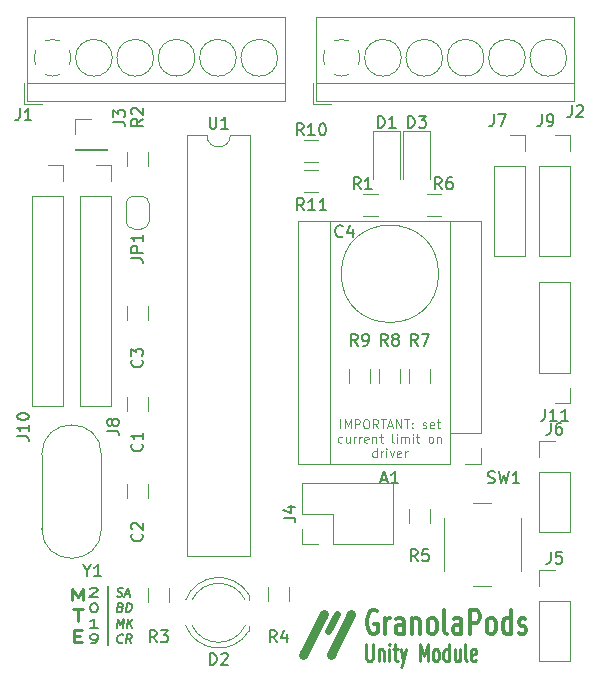
<source format=gbr>
G04 #@! TF.GenerationSoftware,KiCad,Pcbnew,5.0.2-bee76a0~70~ubuntu16.04.1*
G04 #@! TF.CreationDate,2019-03-04T23:23:01-05:00*
G04 #@! TF.ProjectId,Unified,556e6966-6965-4642-9e6b-696361645f70,rev?*
G04 #@! TF.SameCoordinates,Original*
G04 #@! TF.FileFunction,Legend,Top*
G04 #@! TF.FilePolarity,Positive*
%FSLAX46Y46*%
G04 Gerber Fmt 4.6, Leading zero omitted, Abs format (unit mm)*
G04 Created by KiCad (PCBNEW 5.0.2-bee76a0~70~ubuntu16.04.1) date Mon 04 Mar 2019 11:23:01 PM EST*
%MOMM*%
%LPD*%
G01*
G04 APERTURE LIST*
%ADD10C,0.100000*%
%ADD11C,0.200000*%
%ADD12C,0.187500*%
%ADD13C,0.250000*%
%ADD14C,0.800000*%
%ADD15C,0.600000*%
%ADD16C,0.375000*%
%ADD17C,0.120000*%
%ADD18C,0.150000*%
G04 APERTURE END LIST*
D10*
X105567285Y-92840285D02*
X105567285Y-92090285D01*
X105924428Y-92840285D02*
X105924428Y-92090285D01*
X106174428Y-92626000D01*
X106424428Y-92090285D01*
X106424428Y-92840285D01*
X106781571Y-92840285D02*
X106781571Y-92090285D01*
X107067285Y-92090285D01*
X107138714Y-92126000D01*
X107174428Y-92161714D01*
X107210142Y-92233142D01*
X107210142Y-92340285D01*
X107174428Y-92411714D01*
X107138714Y-92447428D01*
X107067285Y-92483142D01*
X106781571Y-92483142D01*
X107674428Y-92090285D02*
X107817285Y-92090285D01*
X107888714Y-92126000D01*
X107960142Y-92197428D01*
X107995857Y-92340285D01*
X107995857Y-92590285D01*
X107960142Y-92733142D01*
X107888714Y-92804571D01*
X107817285Y-92840285D01*
X107674428Y-92840285D01*
X107603000Y-92804571D01*
X107531571Y-92733142D01*
X107495857Y-92590285D01*
X107495857Y-92340285D01*
X107531571Y-92197428D01*
X107603000Y-92126000D01*
X107674428Y-92090285D01*
X108745857Y-92840285D02*
X108495857Y-92483142D01*
X108317285Y-92840285D02*
X108317285Y-92090285D01*
X108603000Y-92090285D01*
X108674428Y-92126000D01*
X108710142Y-92161714D01*
X108745857Y-92233142D01*
X108745857Y-92340285D01*
X108710142Y-92411714D01*
X108674428Y-92447428D01*
X108603000Y-92483142D01*
X108317285Y-92483142D01*
X108960142Y-92090285D02*
X109388714Y-92090285D01*
X109174428Y-92840285D02*
X109174428Y-92090285D01*
X109603000Y-92626000D02*
X109960142Y-92626000D01*
X109531571Y-92840285D02*
X109781571Y-92090285D01*
X110031571Y-92840285D01*
X110281571Y-92840285D02*
X110281571Y-92090285D01*
X110710142Y-92840285D01*
X110710142Y-92090285D01*
X110960142Y-92090285D02*
X111388714Y-92090285D01*
X111174428Y-92840285D02*
X111174428Y-92090285D01*
X111638714Y-92768857D02*
X111674428Y-92804571D01*
X111638714Y-92840285D01*
X111603000Y-92804571D01*
X111638714Y-92768857D01*
X111638714Y-92840285D01*
X111638714Y-92376000D02*
X111674428Y-92411714D01*
X111638714Y-92447428D01*
X111603000Y-92411714D01*
X111638714Y-92376000D01*
X111638714Y-92447428D01*
X112531571Y-92804571D02*
X112603000Y-92840285D01*
X112745857Y-92840285D01*
X112817285Y-92804571D01*
X112853000Y-92733142D01*
X112853000Y-92697428D01*
X112817285Y-92626000D01*
X112745857Y-92590285D01*
X112638714Y-92590285D01*
X112567285Y-92554571D01*
X112531571Y-92483142D01*
X112531571Y-92447428D01*
X112567285Y-92376000D01*
X112638714Y-92340285D01*
X112745857Y-92340285D01*
X112817285Y-92376000D01*
X113460142Y-92804571D02*
X113388714Y-92840285D01*
X113245857Y-92840285D01*
X113174428Y-92804571D01*
X113138714Y-92733142D01*
X113138714Y-92447428D01*
X113174428Y-92376000D01*
X113245857Y-92340285D01*
X113388714Y-92340285D01*
X113460142Y-92376000D01*
X113495857Y-92447428D01*
X113495857Y-92518857D01*
X113138714Y-92590285D01*
X113710142Y-92340285D02*
X113995857Y-92340285D01*
X113817285Y-92090285D02*
X113817285Y-92733142D01*
X113853000Y-92804571D01*
X113924428Y-92840285D01*
X113995857Y-92840285D01*
X105710142Y-94029571D02*
X105638714Y-94065285D01*
X105495857Y-94065285D01*
X105424428Y-94029571D01*
X105388714Y-93993857D01*
X105353000Y-93922428D01*
X105353000Y-93708142D01*
X105388714Y-93636714D01*
X105424428Y-93601000D01*
X105495857Y-93565285D01*
X105638714Y-93565285D01*
X105710142Y-93601000D01*
X106353000Y-93565285D02*
X106353000Y-94065285D01*
X106031571Y-93565285D02*
X106031571Y-93958142D01*
X106067285Y-94029571D01*
X106138714Y-94065285D01*
X106245857Y-94065285D01*
X106317285Y-94029571D01*
X106353000Y-93993857D01*
X106710142Y-94065285D02*
X106710142Y-93565285D01*
X106710142Y-93708142D02*
X106745857Y-93636714D01*
X106781571Y-93601000D01*
X106853000Y-93565285D01*
X106924428Y-93565285D01*
X107174428Y-94065285D02*
X107174428Y-93565285D01*
X107174428Y-93708142D02*
X107210142Y-93636714D01*
X107245857Y-93601000D01*
X107317285Y-93565285D01*
X107388714Y-93565285D01*
X107924428Y-94029571D02*
X107853000Y-94065285D01*
X107710142Y-94065285D01*
X107638714Y-94029571D01*
X107603000Y-93958142D01*
X107603000Y-93672428D01*
X107638714Y-93601000D01*
X107710142Y-93565285D01*
X107853000Y-93565285D01*
X107924428Y-93601000D01*
X107960142Y-93672428D01*
X107960142Y-93743857D01*
X107603000Y-93815285D01*
X108281571Y-93565285D02*
X108281571Y-94065285D01*
X108281571Y-93636714D02*
X108317285Y-93601000D01*
X108388714Y-93565285D01*
X108495857Y-93565285D01*
X108567285Y-93601000D01*
X108603000Y-93672428D01*
X108603000Y-94065285D01*
X108853000Y-93565285D02*
X109138714Y-93565285D01*
X108960142Y-93315285D02*
X108960142Y-93958142D01*
X108995857Y-94029571D01*
X109067285Y-94065285D01*
X109138714Y-94065285D01*
X110067285Y-94065285D02*
X109995857Y-94029571D01*
X109960142Y-93958142D01*
X109960142Y-93315285D01*
X110353000Y-94065285D02*
X110353000Y-93565285D01*
X110353000Y-93315285D02*
X110317285Y-93351000D01*
X110353000Y-93386714D01*
X110388714Y-93351000D01*
X110353000Y-93315285D01*
X110353000Y-93386714D01*
X110710142Y-94065285D02*
X110710142Y-93565285D01*
X110710142Y-93636714D02*
X110745857Y-93601000D01*
X110817285Y-93565285D01*
X110924428Y-93565285D01*
X110995857Y-93601000D01*
X111031571Y-93672428D01*
X111031571Y-94065285D01*
X111031571Y-93672428D02*
X111067285Y-93601000D01*
X111138714Y-93565285D01*
X111245857Y-93565285D01*
X111317285Y-93601000D01*
X111353000Y-93672428D01*
X111353000Y-94065285D01*
X111710142Y-94065285D02*
X111710142Y-93565285D01*
X111710142Y-93315285D02*
X111674428Y-93351000D01*
X111710142Y-93386714D01*
X111745857Y-93351000D01*
X111710142Y-93315285D01*
X111710142Y-93386714D01*
X111960142Y-93565285D02*
X112245857Y-93565285D01*
X112067285Y-93315285D02*
X112067285Y-93958142D01*
X112103000Y-94029571D01*
X112174428Y-94065285D01*
X112245857Y-94065285D01*
X113174428Y-94065285D02*
X113103000Y-94029571D01*
X113067285Y-93993857D01*
X113031571Y-93922428D01*
X113031571Y-93708142D01*
X113067285Y-93636714D01*
X113103000Y-93601000D01*
X113174428Y-93565285D01*
X113281571Y-93565285D01*
X113353000Y-93601000D01*
X113388714Y-93636714D01*
X113424428Y-93708142D01*
X113424428Y-93922428D01*
X113388714Y-93993857D01*
X113353000Y-94029571D01*
X113281571Y-94065285D01*
X113174428Y-94065285D01*
X113745857Y-93565285D02*
X113745857Y-94065285D01*
X113745857Y-93636714D02*
X113781571Y-93601000D01*
X113853000Y-93565285D01*
X113960142Y-93565285D01*
X114031571Y-93601000D01*
X114067285Y-93672428D01*
X114067285Y-94065285D01*
X108638714Y-95290285D02*
X108638714Y-94540285D01*
X108638714Y-95254571D02*
X108567285Y-95290285D01*
X108424428Y-95290285D01*
X108353000Y-95254571D01*
X108317285Y-95218857D01*
X108281571Y-95147428D01*
X108281571Y-94933142D01*
X108317285Y-94861714D01*
X108353000Y-94826000D01*
X108424428Y-94790285D01*
X108567285Y-94790285D01*
X108638714Y-94826000D01*
X108995857Y-95290285D02*
X108995857Y-94790285D01*
X108995857Y-94933142D02*
X109031571Y-94861714D01*
X109067285Y-94826000D01*
X109138714Y-94790285D01*
X109210142Y-94790285D01*
X109460142Y-95290285D02*
X109460142Y-94790285D01*
X109460142Y-94540285D02*
X109424428Y-94576000D01*
X109460142Y-94611714D01*
X109495857Y-94576000D01*
X109460142Y-94540285D01*
X109460142Y-94611714D01*
X109745857Y-94790285D02*
X109924428Y-95290285D01*
X110103000Y-94790285D01*
X110674428Y-95254571D02*
X110603000Y-95290285D01*
X110460142Y-95290285D01*
X110388714Y-95254571D01*
X110353000Y-95183142D01*
X110353000Y-94897428D01*
X110388714Y-94826000D01*
X110460142Y-94790285D01*
X110603000Y-94790285D01*
X110674428Y-94826000D01*
X110710142Y-94897428D01*
X110710142Y-94968857D01*
X110353000Y-95040285D01*
X111031571Y-95290285D02*
X111031571Y-94790285D01*
X111031571Y-94933142D02*
X111067285Y-94861714D01*
X111103000Y-94826000D01*
X111174428Y-94790285D01*
X111245857Y-94790285D01*
D11*
X85852000Y-106172000D02*
X85852000Y-111188500D01*
D12*
X84366142Y-106403964D02*
X84423285Y-106368250D01*
X84537571Y-106332535D01*
X84823285Y-106332535D01*
X84937571Y-106368250D01*
X84994714Y-106403964D01*
X85051857Y-106475392D01*
X85051857Y-106546821D01*
X84994714Y-106653964D01*
X84309000Y-107082535D01*
X85051857Y-107082535D01*
X84651857Y-107645035D02*
X84766142Y-107645035D01*
X84880428Y-107680750D01*
X84937571Y-107716464D01*
X84994714Y-107787892D01*
X85051857Y-107930750D01*
X85051857Y-108109321D01*
X84994714Y-108252178D01*
X84937571Y-108323607D01*
X84880428Y-108359321D01*
X84766142Y-108395035D01*
X84651857Y-108395035D01*
X84537571Y-108359321D01*
X84480428Y-108323607D01*
X84423285Y-108252178D01*
X84366142Y-108109321D01*
X84366142Y-107930750D01*
X84423285Y-107787892D01*
X84480428Y-107716464D01*
X84537571Y-107680750D01*
X84651857Y-107645035D01*
X85051857Y-109707535D02*
X84366142Y-109707535D01*
X84709000Y-109707535D02*
X84709000Y-108957535D01*
X84594714Y-109064678D01*
X84480428Y-109136107D01*
X84366142Y-109171821D01*
X84480428Y-111020035D02*
X84709000Y-111020035D01*
X84823285Y-110984321D01*
X84880428Y-110948607D01*
X84994714Y-110841464D01*
X85051857Y-110698607D01*
X85051857Y-110412892D01*
X84994714Y-110341464D01*
X84937571Y-110305750D01*
X84823285Y-110270035D01*
X84594714Y-110270035D01*
X84480428Y-110305750D01*
X84423285Y-110341464D01*
X84366142Y-110412892D01*
X84366142Y-110591464D01*
X84423285Y-110662892D01*
X84480428Y-110698607D01*
X84594714Y-110734321D01*
X84823285Y-110734321D01*
X84937571Y-110698607D01*
X84994714Y-110662892D01*
X85051857Y-110591464D01*
D13*
X82812000Y-107414380D02*
X82812000Y-106414380D01*
X83312000Y-107128666D01*
X83812000Y-106414380D01*
X83812000Y-107414380D01*
X82883428Y-108164380D02*
X83740571Y-108164380D01*
X83312000Y-109164380D02*
X83312000Y-108164380D01*
X82990571Y-110390571D02*
X83490571Y-110390571D01*
X83704857Y-110914380D02*
X82990571Y-110914380D01*
X82990571Y-109914380D01*
X83704857Y-109914380D01*
D14*
X104775000Y-112014000D02*
X106426000Y-108585000D01*
X102362000Y-112014000D02*
X104140000Y-108585000D01*
D15*
X104521000Y-109982000D02*
X105283000Y-108585000D01*
D12*
X86633660Y-107046821D02*
X86736339Y-107082535D01*
X86914910Y-107082535D01*
X86990803Y-107046821D01*
X87030982Y-107011107D01*
X87075625Y-106939678D01*
X87084553Y-106868250D01*
X87057767Y-106796821D01*
X87026517Y-106761107D01*
X86959553Y-106725392D01*
X86821160Y-106689678D01*
X86754196Y-106653964D01*
X86722946Y-106618250D01*
X86696160Y-106546821D01*
X86705089Y-106475392D01*
X86749732Y-106403964D01*
X86789910Y-106368250D01*
X86865803Y-106332535D01*
X87044375Y-106332535D01*
X87147053Y-106368250D01*
X87370267Y-106868250D02*
X87727410Y-106868250D01*
X87272053Y-107082535D02*
X87615803Y-106332535D01*
X87772053Y-107082535D01*
X86964017Y-108002178D02*
X87066696Y-108037892D01*
X87097946Y-108073607D01*
X87124732Y-108145035D01*
X87111339Y-108252178D01*
X87066696Y-108323607D01*
X87026517Y-108359321D01*
X86950625Y-108395035D01*
X86664910Y-108395035D01*
X86758660Y-107645035D01*
X87008660Y-107645035D01*
X87075625Y-107680750D01*
X87106875Y-107716464D01*
X87133660Y-107787892D01*
X87124732Y-107859321D01*
X87080089Y-107930750D01*
X87039910Y-107966464D01*
X86964017Y-108002178D01*
X86714017Y-108002178D01*
X87414910Y-108395035D02*
X87508660Y-107645035D01*
X87687232Y-107645035D01*
X87789910Y-107680750D01*
X87852410Y-107752178D01*
X87879196Y-107823607D01*
X87897053Y-107966464D01*
X87883660Y-108073607D01*
X87830089Y-108216464D01*
X87785446Y-108287892D01*
X87705089Y-108359321D01*
X87593482Y-108395035D01*
X87414910Y-108395035D01*
X86664910Y-109707535D02*
X86758660Y-108957535D01*
X86941696Y-109493250D01*
X87258660Y-108957535D01*
X87164910Y-109707535D01*
X87522053Y-109707535D02*
X87615803Y-108957535D01*
X87950625Y-109707535D02*
X87682767Y-109278964D01*
X88044375Y-108957535D02*
X87562232Y-109386107D01*
X87102410Y-110948607D02*
X87062232Y-110984321D01*
X86950625Y-111020035D01*
X86879196Y-111020035D01*
X86776517Y-110984321D01*
X86714017Y-110912892D01*
X86687232Y-110841464D01*
X86669375Y-110698607D01*
X86682767Y-110591464D01*
X86736339Y-110448607D01*
X86780982Y-110377178D01*
X86861339Y-110305750D01*
X86972946Y-110270035D01*
X87044375Y-110270035D01*
X87147053Y-110305750D01*
X87178303Y-110341464D01*
X87843482Y-111020035D02*
X87638125Y-110662892D01*
X87414910Y-111020035D02*
X87508660Y-110270035D01*
X87794375Y-110270035D01*
X87861339Y-110305750D01*
X87892589Y-110341464D01*
X87919375Y-110412892D01*
X87905982Y-110520035D01*
X87861339Y-110591464D01*
X87821160Y-110627178D01*
X87745267Y-110662892D01*
X87459553Y-110662892D01*
D16*
X108661142Y-108347000D02*
X108518285Y-108251761D01*
X108304000Y-108251761D01*
X108089714Y-108347000D01*
X107946857Y-108537476D01*
X107875428Y-108727952D01*
X107804000Y-109108904D01*
X107804000Y-109394619D01*
X107875428Y-109775571D01*
X107946857Y-109966047D01*
X108089714Y-110156523D01*
X108304000Y-110251761D01*
X108446857Y-110251761D01*
X108661142Y-110156523D01*
X108732571Y-110061285D01*
X108732571Y-109394619D01*
X108446857Y-109394619D01*
X109375428Y-110251761D02*
X109375428Y-108918428D01*
X109375428Y-109299380D02*
X109446857Y-109108904D01*
X109518285Y-109013666D01*
X109661142Y-108918428D01*
X109804000Y-108918428D01*
X110946857Y-110251761D02*
X110946857Y-109204142D01*
X110875428Y-109013666D01*
X110732571Y-108918428D01*
X110446857Y-108918428D01*
X110304000Y-109013666D01*
X110946857Y-110156523D02*
X110804000Y-110251761D01*
X110446857Y-110251761D01*
X110304000Y-110156523D01*
X110232571Y-109966047D01*
X110232571Y-109775571D01*
X110304000Y-109585095D01*
X110446857Y-109489857D01*
X110804000Y-109489857D01*
X110946857Y-109394619D01*
X111661142Y-108918428D02*
X111661142Y-110251761D01*
X111661142Y-109108904D02*
X111732571Y-109013666D01*
X111875428Y-108918428D01*
X112089714Y-108918428D01*
X112232571Y-109013666D01*
X112304000Y-109204142D01*
X112304000Y-110251761D01*
X113232571Y-110251761D02*
X113089714Y-110156523D01*
X113018285Y-110061285D01*
X112946857Y-109870809D01*
X112946857Y-109299380D01*
X113018285Y-109108904D01*
X113089714Y-109013666D01*
X113232571Y-108918428D01*
X113446857Y-108918428D01*
X113589714Y-109013666D01*
X113661142Y-109108904D01*
X113732571Y-109299380D01*
X113732571Y-109870809D01*
X113661142Y-110061285D01*
X113589714Y-110156523D01*
X113446857Y-110251761D01*
X113232571Y-110251761D01*
X114589714Y-110251761D02*
X114446857Y-110156523D01*
X114375428Y-109966047D01*
X114375428Y-108251761D01*
X115804000Y-110251761D02*
X115804000Y-109204142D01*
X115732571Y-109013666D01*
X115589714Y-108918428D01*
X115304000Y-108918428D01*
X115161142Y-109013666D01*
X115804000Y-110156523D02*
X115661142Y-110251761D01*
X115304000Y-110251761D01*
X115161142Y-110156523D01*
X115089714Y-109966047D01*
X115089714Y-109775571D01*
X115161142Y-109585095D01*
X115304000Y-109489857D01*
X115661142Y-109489857D01*
X115804000Y-109394619D01*
X116518285Y-110251761D02*
X116518285Y-108251761D01*
X117089714Y-108251761D01*
X117232571Y-108347000D01*
X117304000Y-108442238D01*
X117375428Y-108632714D01*
X117375428Y-108918428D01*
X117304000Y-109108904D01*
X117232571Y-109204142D01*
X117089714Y-109299380D01*
X116518285Y-109299380D01*
X118232571Y-110251761D02*
X118089714Y-110156523D01*
X118018285Y-110061285D01*
X117946857Y-109870809D01*
X117946857Y-109299380D01*
X118018285Y-109108904D01*
X118089714Y-109013666D01*
X118232571Y-108918428D01*
X118446857Y-108918428D01*
X118589714Y-109013666D01*
X118661142Y-109108904D01*
X118732571Y-109299380D01*
X118732571Y-109870809D01*
X118661142Y-110061285D01*
X118589714Y-110156523D01*
X118446857Y-110251761D01*
X118232571Y-110251761D01*
X120018285Y-110251761D02*
X120018285Y-108251761D01*
X120018285Y-110156523D02*
X119875428Y-110251761D01*
X119589714Y-110251761D01*
X119446857Y-110156523D01*
X119375428Y-110061285D01*
X119304000Y-109870809D01*
X119304000Y-109299380D01*
X119375428Y-109108904D01*
X119446857Y-109013666D01*
X119589714Y-108918428D01*
X119875428Y-108918428D01*
X120018285Y-109013666D01*
X120661142Y-110156523D02*
X120804000Y-110251761D01*
X121089714Y-110251761D01*
X121232571Y-110156523D01*
X121304000Y-109966047D01*
X121304000Y-109870809D01*
X121232571Y-109680333D01*
X121089714Y-109585095D01*
X120875428Y-109585095D01*
X120732571Y-109489857D01*
X120661142Y-109299380D01*
X120661142Y-109204142D01*
X120732571Y-109013666D01*
X120875428Y-108918428D01*
X121089714Y-108918428D01*
X121232571Y-109013666D01*
D13*
X107752142Y-111065571D02*
X107752142Y-112279857D01*
X107799761Y-112422714D01*
X107847380Y-112494142D01*
X107942619Y-112565571D01*
X108133095Y-112565571D01*
X108228333Y-112494142D01*
X108275952Y-112422714D01*
X108323571Y-112279857D01*
X108323571Y-111065571D01*
X108799761Y-111565571D02*
X108799761Y-112565571D01*
X108799761Y-111708428D02*
X108847380Y-111637000D01*
X108942619Y-111565571D01*
X109085476Y-111565571D01*
X109180714Y-111637000D01*
X109228333Y-111779857D01*
X109228333Y-112565571D01*
X109704523Y-112565571D02*
X109704523Y-111565571D01*
X109704523Y-111065571D02*
X109656904Y-111137000D01*
X109704523Y-111208428D01*
X109752142Y-111137000D01*
X109704523Y-111065571D01*
X109704523Y-111208428D01*
X110037857Y-111565571D02*
X110418809Y-111565571D01*
X110180714Y-111065571D02*
X110180714Y-112351285D01*
X110228333Y-112494142D01*
X110323571Y-112565571D01*
X110418809Y-112565571D01*
X110656904Y-111565571D02*
X110895000Y-112565571D01*
X111133095Y-111565571D02*
X110895000Y-112565571D01*
X110799761Y-112922714D01*
X110752142Y-112994142D01*
X110656904Y-113065571D01*
X112275952Y-112565571D02*
X112275952Y-111065571D01*
X112609285Y-112137000D01*
X112942619Y-111065571D01*
X112942619Y-112565571D01*
X113561666Y-112565571D02*
X113466428Y-112494142D01*
X113418809Y-112422714D01*
X113371190Y-112279857D01*
X113371190Y-111851285D01*
X113418809Y-111708428D01*
X113466428Y-111637000D01*
X113561666Y-111565571D01*
X113704523Y-111565571D01*
X113799761Y-111637000D01*
X113847380Y-111708428D01*
X113895000Y-111851285D01*
X113895000Y-112279857D01*
X113847380Y-112422714D01*
X113799761Y-112494142D01*
X113704523Y-112565571D01*
X113561666Y-112565571D01*
X114752142Y-112565571D02*
X114752142Y-111065571D01*
X114752142Y-112494142D02*
X114656904Y-112565571D01*
X114466428Y-112565571D01*
X114371190Y-112494142D01*
X114323571Y-112422714D01*
X114275952Y-112279857D01*
X114275952Y-111851285D01*
X114323571Y-111708428D01*
X114371190Y-111637000D01*
X114466428Y-111565571D01*
X114656904Y-111565571D01*
X114752142Y-111637000D01*
X115656904Y-111565571D02*
X115656904Y-112565571D01*
X115228333Y-111565571D02*
X115228333Y-112351285D01*
X115275952Y-112494142D01*
X115371190Y-112565571D01*
X115514047Y-112565571D01*
X115609285Y-112494142D01*
X115656904Y-112422714D01*
X116275952Y-112565571D02*
X116180714Y-112494142D01*
X116133095Y-112351285D01*
X116133095Y-111065571D01*
X117037857Y-112494142D02*
X116942619Y-112565571D01*
X116752142Y-112565571D01*
X116656904Y-112494142D01*
X116609285Y-112351285D01*
X116609285Y-111779857D01*
X116656904Y-111637000D01*
X116752142Y-111565571D01*
X116942619Y-111565571D01*
X117037857Y-111637000D01*
X117085476Y-111779857D01*
X117085476Y-111922714D01*
X116609285Y-112065571D01*
D17*
G04 #@! TO.C,A1*
X104648000Y-95888000D02*
X104648000Y-75308000D01*
X114808000Y-93218000D02*
X114808000Y-75308000D01*
X116078000Y-95888000D02*
X117478000Y-95888000D01*
X117478000Y-95888000D02*
X117478000Y-94488000D01*
X114808000Y-95888000D02*
X114808000Y-93218000D01*
X114808000Y-93218000D02*
X117478000Y-93218000D01*
X117478000Y-93218000D02*
X117478000Y-75308000D01*
X117478000Y-75308000D02*
X101978000Y-75308000D01*
X101978000Y-75308000D02*
X101978000Y-95888000D01*
X101978000Y-95888000D02*
X114808000Y-95888000D01*
G04 #@! TO.C,C3*
X87482000Y-83696564D02*
X87482000Y-82492436D01*
X89302000Y-83696564D02*
X89302000Y-82492436D01*
G04 #@! TO.C,C4*
X113876000Y-79756000D02*
G75*
G03X113876000Y-79756000I-4120000J0D01*
G01*
G04 #@! TO.C,D1*
X110609000Y-71740500D02*
X110609000Y-67680500D01*
X110609000Y-67680500D02*
X108339000Y-67680500D01*
X108339000Y-67680500D02*
X108339000Y-71740500D01*
G04 #@! TO.C,D2*
X92462185Y-109538827D02*
G75*
G03X97810000Y-110002830I2787815J1080827D01*
G01*
X92462185Y-107377173D02*
G75*
G02X97810000Y-106913170I2787815J-1080827D01*
G01*
X92995521Y-109538429D02*
G75*
G03X97504684Y-109538000I2254479J1080429D01*
G01*
X92995521Y-107377571D02*
G75*
G02X97504684Y-107378000I2254479J-1080429D01*
G01*
X97810000Y-110003000D02*
X97810000Y-109538000D01*
X97810000Y-107378000D02*
X97810000Y-106913000D01*
G04 #@! TO.C,J1*
X81801587Y-62899385D02*
G75*
G02X81194000Y-63023000I-607587J1431385D01*
G01*
X82626109Y-60860258D02*
G75*
G02X82626000Y-62076000I-1432109J-607742D01*
G01*
X80586258Y-60035891D02*
G75*
G02X81802000Y-60036000I607742J-1432109D01*
G01*
X79761891Y-62075742D02*
G75*
G02X79762000Y-60860000I1432109J607742D01*
G01*
X81221011Y-63023492D02*
G75*
G02X80586000Y-62900000I-27011J1555492D01*
G01*
X86249000Y-61468000D02*
G75*
G03X86249000Y-61468000I-1555000J0D01*
G01*
X89749000Y-61468000D02*
G75*
G03X89749000Y-61468000I-1555000J0D01*
G01*
X93249000Y-61468000D02*
G75*
G03X93249000Y-61468000I-1555000J0D01*
G01*
X96749000Y-61468000D02*
G75*
G03X96749000Y-61468000I-1555000J0D01*
G01*
X100249000Y-61468000D02*
G75*
G03X100249000Y-61468000I-1555000J0D01*
G01*
X79034000Y-63568000D02*
X100854000Y-63568000D01*
X79034000Y-58008000D02*
X100854000Y-58008000D01*
X79034000Y-65128000D02*
X100854000Y-65128000D01*
X79034000Y-58008000D02*
X79034000Y-65128000D01*
X100854000Y-58008000D02*
X100854000Y-65128000D01*
X78794000Y-63628000D02*
X78794000Y-65368000D01*
X78794000Y-65368000D02*
X80294000Y-65368000D01*
G04 #@! TO.C,J2*
X103264000Y-65368000D02*
X104764000Y-65368000D01*
X103264000Y-63628000D02*
X103264000Y-65368000D01*
X125324000Y-58008000D02*
X125324000Y-65128000D01*
X103504000Y-58008000D02*
X103504000Y-65128000D01*
X103504000Y-65128000D02*
X125324000Y-65128000D01*
X103504000Y-58008000D02*
X125324000Y-58008000D01*
X103504000Y-63568000D02*
X125324000Y-63568000D01*
X124719000Y-61468000D02*
G75*
G03X124719000Y-61468000I-1555000J0D01*
G01*
X121219000Y-61468000D02*
G75*
G03X121219000Y-61468000I-1555000J0D01*
G01*
X117719000Y-61468000D02*
G75*
G03X117719000Y-61468000I-1555000J0D01*
G01*
X114219000Y-61468000D02*
G75*
G03X114219000Y-61468000I-1555000J0D01*
G01*
X110719000Y-61468000D02*
G75*
G03X110719000Y-61468000I-1555000J0D01*
G01*
X105691011Y-63023492D02*
G75*
G02X105056000Y-62900000I-27011J1555492D01*
G01*
X104231891Y-62075742D02*
G75*
G02X104232000Y-60860000I1432109J607742D01*
G01*
X105056258Y-60035891D02*
G75*
G02X106272000Y-60036000I607742J-1432109D01*
G01*
X107096109Y-60860258D02*
G75*
G02X107096000Y-62076000I-1432109J-607742D01*
G01*
X106271587Y-62899385D02*
G75*
G02X105664000Y-63023000I-607587J1431385D01*
G01*
G04 #@! TO.C,J3*
X83125000Y-69275000D02*
X85785000Y-69275000D01*
X83125000Y-69215000D02*
X83125000Y-69275000D01*
X85785000Y-69215000D02*
X85785000Y-69275000D01*
X83125000Y-69215000D02*
X85785000Y-69215000D01*
X83125000Y-67945000D02*
X83125000Y-66615000D01*
X83125000Y-66615000D02*
X84455000Y-66615000D01*
G04 #@! TO.C,J4*
X110042000Y-102676000D02*
X110042000Y-97476000D01*
X104902000Y-102676000D02*
X110042000Y-102676000D01*
X102302000Y-97476000D02*
X110042000Y-97476000D01*
X104902000Y-102676000D02*
X104902000Y-100076000D01*
X104902000Y-100076000D02*
X102302000Y-100076000D01*
X102302000Y-100076000D02*
X102302000Y-97476000D01*
X103632000Y-102676000D02*
X102302000Y-102676000D01*
X102302000Y-102676000D02*
X102302000Y-101346000D01*
G04 #@! TO.C,J5*
X122368000Y-104842000D02*
X123698000Y-104842000D01*
X122368000Y-106172000D02*
X122368000Y-104842000D01*
X122368000Y-107442000D02*
X125028000Y-107442000D01*
X125028000Y-107442000D02*
X125028000Y-112582000D01*
X122368000Y-107442000D02*
X122368000Y-112582000D01*
X122368000Y-112582000D02*
X125028000Y-112582000D01*
G04 #@! TO.C,J6*
X122368000Y-101660000D02*
X125028000Y-101660000D01*
X122368000Y-96520000D02*
X122368000Y-101660000D01*
X125028000Y-96520000D02*
X125028000Y-101660000D01*
X122368000Y-96520000D02*
X125028000Y-96520000D01*
X122368000Y-95250000D02*
X122368000Y-93920000D01*
X122368000Y-93920000D02*
X123698000Y-93920000D01*
G04 #@! TO.C,J8*
X83506000Y-73152000D02*
X86166000Y-73152000D01*
X83506000Y-73152000D02*
X83506000Y-90992000D01*
X83506000Y-90992000D02*
X86166000Y-90992000D01*
X86166000Y-73152000D02*
X86166000Y-90992000D01*
X86166000Y-70552000D02*
X86166000Y-71882000D01*
X84836000Y-70552000D02*
X86166000Y-70552000D01*
G04 #@! TO.C,JP1*
X89392000Y-75264000D02*
G75*
G02X88692000Y-75964000I-700000J0D01*
G01*
X88092000Y-75964000D02*
G75*
G02X87392000Y-75264000I0J700000D01*
G01*
X87392000Y-73864000D02*
G75*
G02X88092000Y-73164000I700000J0D01*
G01*
X88692000Y-73164000D02*
G75*
G02X89392000Y-73864000I0J-700000D01*
G01*
X88092000Y-73164000D02*
X88692000Y-73164000D01*
X87392000Y-75264000D02*
X87392000Y-73864000D01*
X88692000Y-75964000D02*
X88092000Y-75964000D01*
X89392000Y-73864000D02*
X89392000Y-75264000D01*
G04 #@! TO.C,R1*
X107511436Y-73004000D02*
X108715564Y-73004000D01*
X107511436Y-74824000D02*
X108715564Y-74824000D01*
G04 #@! TO.C,R2*
X87482000Y-69465436D02*
X87482000Y-70669564D01*
X89302000Y-69465436D02*
X89302000Y-70669564D01*
G04 #@! TO.C,R3*
X91080000Y-107572564D02*
X91080000Y-106368436D01*
X89260000Y-107572564D02*
X89260000Y-106368436D01*
G04 #@! TO.C,R4*
X99420000Y-107499564D02*
X99420000Y-106295436D01*
X101240000Y-107499564D02*
X101240000Y-106295436D01*
G04 #@! TO.C,R5*
X111358000Y-99691436D02*
X111358000Y-100895564D01*
X113178000Y-99691436D02*
X113178000Y-100895564D01*
G04 #@! TO.C,SW1*
X120816000Y-104918000D02*
X120816000Y-100418000D01*
X116816000Y-106168000D02*
X118316000Y-106168000D01*
X114316000Y-100418000D02*
X114316000Y-104918000D01*
X118316000Y-99168000D02*
X116816000Y-99168000D01*
G04 #@! TO.C,U1*
X96250000Y-68012000D02*
G75*
G02X94250000Y-68012000I-1000000J0D01*
G01*
X94250000Y-68012000D02*
X92600000Y-68012000D01*
X92600000Y-68012000D02*
X92600000Y-103692000D01*
X92600000Y-103692000D02*
X97900000Y-103692000D01*
X97900000Y-103692000D02*
X97900000Y-68012000D01*
X97900000Y-68012000D02*
X96250000Y-68012000D01*
G04 #@! TO.C,Y1*
X85329000Y-95073000D02*
X85329000Y-101323000D01*
X80279000Y-95073000D02*
X80279000Y-101323000D01*
X80279000Y-95073000D02*
G75*
G02X85329000Y-95073000I2525000J0D01*
G01*
X80279000Y-101323000D02*
G75*
G03X85329000Y-101323000I2525000J0D01*
G01*
G04 #@! TO.C,J11*
X125028000Y-80458000D02*
X122368000Y-80458000D01*
X125028000Y-88138000D02*
X125028000Y-80458000D01*
X122368000Y-88138000D02*
X122368000Y-80458000D01*
X125028000Y-88138000D02*
X122368000Y-88138000D01*
X125028000Y-89408000D02*
X125028000Y-90738000D01*
X125028000Y-90738000D02*
X123698000Y-90738000D01*
G04 #@! TO.C,J10*
X79442000Y-73152000D02*
X82102000Y-73152000D01*
X79442000Y-73152000D02*
X79442000Y-90992000D01*
X79442000Y-90992000D02*
X82102000Y-90992000D01*
X82102000Y-73152000D02*
X82102000Y-90992000D01*
X82102000Y-70552000D02*
X82102000Y-71882000D01*
X80772000Y-70552000D02*
X82102000Y-70552000D01*
G04 #@! TO.C,C1*
X89302000Y-91404064D02*
X89302000Y-90199936D01*
X87482000Y-91404064D02*
X87482000Y-90199936D01*
G04 #@! TO.C,C2*
X89302000Y-97565936D02*
X89302000Y-98770064D01*
X87482000Y-97565936D02*
X87482000Y-98770064D01*
G04 #@! TO.C,D3*
X113149000Y-71740500D02*
X113149000Y-67680500D01*
X113149000Y-67680500D02*
X110879000Y-67680500D01*
X110879000Y-67680500D02*
X110879000Y-71740500D01*
G04 #@! TO.C,R6*
X114103564Y-74824000D02*
X112899436Y-74824000D01*
X114103564Y-73004000D02*
X112899436Y-73004000D01*
G04 #@! TO.C,J7*
X118558000Y-70612000D02*
X121218000Y-70612000D01*
X118558000Y-70612000D02*
X118558000Y-78292000D01*
X118558000Y-78292000D02*
X121218000Y-78292000D01*
X121218000Y-70612000D02*
X121218000Y-78292000D01*
X121218000Y-68012000D02*
X121218000Y-69342000D01*
X119888000Y-68012000D02*
X121218000Y-68012000D01*
G04 #@! TO.C,J9*
X122368000Y-70612000D02*
X125028000Y-70612000D01*
X122368000Y-70612000D02*
X122368000Y-78292000D01*
X122368000Y-78292000D02*
X125028000Y-78292000D01*
X125028000Y-70612000D02*
X125028000Y-78292000D01*
X125028000Y-68012000D02*
X125028000Y-69342000D01*
X123698000Y-68012000D02*
X125028000Y-68012000D01*
G04 #@! TO.C,R7*
X113178000Y-87826436D02*
X113178000Y-89030564D01*
X111358000Y-87826436D02*
X111358000Y-89030564D01*
G04 #@! TO.C,R8*
X108818000Y-87826436D02*
X108818000Y-89030564D01*
X110638000Y-87826436D02*
X110638000Y-89030564D01*
G04 #@! TO.C,R9*
X108098000Y-87826436D02*
X108098000Y-89030564D01*
X106278000Y-87826436D02*
X106278000Y-89030564D01*
G04 #@! TO.C,R10*
X102485436Y-72792000D02*
X103689564Y-72792000D01*
X102485436Y-70972000D02*
X103689564Y-70972000D01*
G04 #@! TO.C,R11*
X103689564Y-70252000D02*
X102485436Y-70252000D01*
X103689564Y-68432000D02*
X102485436Y-68432000D01*
G04 #@! TO.C,A1*
D18*
X109013714Y-97194666D02*
X109489904Y-97194666D01*
X108918476Y-97480380D02*
X109251809Y-96480380D01*
X109585142Y-97480380D01*
X110442285Y-97480380D02*
X109870857Y-97480380D01*
X110156571Y-97480380D02*
X110156571Y-96480380D01*
X110061333Y-96623238D01*
X109966095Y-96718476D01*
X109870857Y-96766095D01*
G04 #@! TO.C,C3*
X88749142Y-87034666D02*
X88796761Y-87082285D01*
X88844380Y-87225142D01*
X88844380Y-87320380D01*
X88796761Y-87463238D01*
X88701523Y-87558476D01*
X88606285Y-87606095D01*
X88415809Y-87653714D01*
X88272952Y-87653714D01*
X88082476Y-87606095D01*
X87987238Y-87558476D01*
X87892000Y-87463238D01*
X87844380Y-87320380D01*
X87844380Y-87225142D01*
X87892000Y-87082285D01*
X87939619Y-87034666D01*
X87844380Y-86701333D02*
X87844380Y-86082285D01*
X88225333Y-86415619D01*
X88225333Y-86272761D01*
X88272952Y-86177523D01*
X88320571Y-86129904D01*
X88415809Y-86082285D01*
X88653904Y-86082285D01*
X88749142Y-86129904D01*
X88796761Y-86177523D01*
X88844380Y-86272761D01*
X88844380Y-86558476D01*
X88796761Y-86653714D01*
X88749142Y-86701333D01*
G04 #@! TO.C,C4*
X105751333Y-76557142D02*
X105703714Y-76604761D01*
X105560857Y-76652380D01*
X105465619Y-76652380D01*
X105322761Y-76604761D01*
X105227523Y-76509523D01*
X105179904Y-76414285D01*
X105132285Y-76223809D01*
X105132285Y-76080952D01*
X105179904Y-75890476D01*
X105227523Y-75795238D01*
X105322761Y-75700000D01*
X105465619Y-75652380D01*
X105560857Y-75652380D01*
X105703714Y-75700000D01*
X105751333Y-75747619D01*
X106608476Y-75985714D02*
X106608476Y-76652380D01*
X106370380Y-75604761D02*
X106132285Y-76319047D01*
X106751333Y-76319047D01*
G04 #@! TO.C,D1*
X108735904Y-67381380D02*
X108735904Y-66381380D01*
X108974000Y-66381380D01*
X109116857Y-66429000D01*
X109212095Y-66524238D01*
X109259714Y-66619476D01*
X109307333Y-66809952D01*
X109307333Y-66952809D01*
X109259714Y-67143285D01*
X109212095Y-67238523D01*
X109116857Y-67333761D01*
X108974000Y-67381380D01*
X108735904Y-67381380D01*
X110259714Y-67381380D02*
X109688285Y-67381380D01*
X109974000Y-67381380D02*
X109974000Y-66381380D01*
X109878761Y-66524238D01*
X109783523Y-66619476D01*
X109688285Y-66667095D01*
G04 #@! TO.C,D2*
X94511904Y-112870380D02*
X94511904Y-111870380D01*
X94750000Y-111870380D01*
X94892857Y-111918000D01*
X94988095Y-112013238D01*
X95035714Y-112108476D01*
X95083333Y-112298952D01*
X95083333Y-112441809D01*
X95035714Y-112632285D01*
X94988095Y-112727523D01*
X94892857Y-112822761D01*
X94750000Y-112870380D01*
X94511904Y-112870380D01*
X95464285Y-111965619D02*
X95511904Y-111918000D01*
X95607142Y-111870380D01*
X95845238Y-111870380D01*
X95940476Y-111918000D01*
X95988095Y-111965619D01*
X96035714Y-112060857D01*
X96035714Y-112156095D01*
X95988095Y-112298952D01*
X95416666Y-112870380D01*
X96035714Y-112870380D01*
G04 #@! TO.C,J1*
X78406666Y-65746380D02*
X78406666Y-66460666D01*
X78359047Y-66603523D01*
X78263809Y-66698761D01*
X78120952Y-66746380D01*
X78025714Y-66746380D01*
X79406666Y-66746380D02*
X78835238Y-66746380D01*
X79120952Y-66746380D02*
X79120952Y-65746380D01*
X79025714Y-65889238D01*
X78930476Y-65984476D01*
X78835238Y-66032095D01*
G04 #@! TO.C,J2*
X125142666Y-65492380D02*
X125142666Y-66206666D01*
X125095047Y-66349523D01*
X124999809Y-66444761D01*
X124856952Y-66492380D01*
X124761714Y-66492380D01*
X125571238Y-65587619D02*
X125618857Y-65540000D01*
X125714095Y-65492380D01*
X125952190Y-65492380D01*
X126047428Y-65540000D01*
X126095047Y-65587619D01*
X126142666Y-65682857D01*
X126142666Y-65778095D01*
X126095047Y-65920952D01*
X125523619Y-66492380D01*
X126142666Y-66492380D01*
G04 #@! TO.C,J3*
X86320380Y-66881333D02*
X87034666Y-66881333D01*
X87177523Y-66928952D01*
X87272761Y-67024190D01*
X87320380Y-67167047D01*
X87320380Y-67262285D01*
X86320380Y-66500380D02*
X86320380Y-65881333D01*
X86701333Y-66214666D01*
X86701333Y-66071809D01*
X86748952Y-65976571D01*
X86796571Y-65928952D01*
X86891809Y-65881333D01*
X87129904Y-65881333D01*
X87225142Y-65928952D01*
X87272761Y-65976571D01*
X87320380Y-66071809D01*
X87320380Y-66357523D01*
X87272761Y-66452761D01*
X87225142Y-66500380D01*
G04 #@! TO.C,J4*
X100754380Y-100409333D02*
X101468666Y-100409333D01*
X101611523Y-100456952D01*
X101706761Y-100552190D01*
X101754380Y-100695047D01*
X101754380Y-100790285D01*
X101087714Y-99504571D02*
X101754380Y-99504571D01*
X100706761Y-99742666D02*
X101421047Y-99980761D01*
X101421047Y-99361714D01*
G04 #@! TO.C,J5*
X123364666Y-103294380D02*
X123364666Y-104008666D01*
X123317047Y-104151523D01*
X123221809Y-104246761D01*
X123078952Y-104294380D01*
X122983714Y-104294380D01*
X124317047Y-103294380D02*
X123840857Y-103294380D01*
X123793238Y-103770571D01*
X123840857Y-103722952D01*
X123936095Y-103675333D01*
X124174190Y-103675333D01*
X124269428Y-103722952D01*
X124317047Y-103770571D01*
X124364666Y-103865809D01*
X124364666Y-104103904D01*
X124317047Y-104199142D01*
X124269428Y-104246761D01*
X124174190Y-104294380D01*
X123936095Y-104294380D01*
X123840857Y-104246761D01*
X123793238Y-104199142D01*
G04 #@! TO.C,J6*
X123364666Y-92372380D02*
X123364666Y-93086666D01*
X123317047Y-93229523D01*
X123221809Y-93324761D01*
X123078952Y-93372380D01*
X122983714Y-93372380D01*
X124269428Y-92372380D02*
X124078952Y-92372380D01*
X123983714Y-92420000D01*
X123936095Y-92467619D01*
X123840857Y-92610476D01*
X123793238Y-92800952D01*
X123793238Y-93181904D01*
X123840857Y-93277142D01*
X123888476Y-93324761D01*
X123983714Y-93372380D01*
X124174190Y-93372380D01*
X124269428Y-93324761D01*
X124317047Y-93277142D01*
X124364666Y-93181904D01*
X124364666Y-92943809D01*
X124317047Y-92848571D01*
X124269428Y-92800952D01*
X124174190Y-92753333D01*
X123983714Y-92753333D01*
X123888476Y-92800952D01*
X123840857Y-92848571D01*
X123793238Y-92943809D01*
G04 #@! TO.C,J8*
X85812380Y-93043333D02*
X86526666Y-93043333D01*
X86669523Y-93090952D01*
X86764761Y-93186190D01*
X86812380Y-93329047D01*
X86812380Y-93424285D01*
X86240952Y-92424285D02*
X86193333Y-92519523D01*
X86145714Y-92567142D01*
X86050476Y-92614761D01*
X86002857Y-92614761D01*
X85907619Y-92567142D01*
X85860000Y-92519523D01*
X85812380Y-92424285D01*
X85812380Y-92233809D01*
X85860000Y-92138571D01*
X85907619Y-92090952D01*
X86002857Y-92043333D01*
X86050476Y-92043333D01*
X86145714Y-92090952D01*
X86193333Y-92138571D01*
X86240952Y-92233809D01*
X86240952Y-92424285D01*
X86288571Y-92519523D01*
X86336190Y-92567142D01*
X86431428Y-92614761D01*
X86621904Y-92614761D01*
X86717142Y-92567142D01*
X86764761Y-92519523D01*
X86812380Y-92424285D01*
X86812380Y-92233809D01*
X86764761Y-92138571D01*
X86717142Y-92090952D01*
X86621904Y-92043333D01*
X86431428Y-92043333D01*
X86336190Y-92090952D01*
X86288571Y-92138571D01*
X86240952Y-92233809D01*
G04 #@! TO.C,JP1*
X87844380Y-78445333D02*
X88558666Y-78445333D01*
X88701523Y-78492952D01*
X88796761Y-78588190D01*
X88844380Y-78731047D01*
X88844380Y-78826285D01*
X88844380Y-77969142D02*
X87844380Y-77969142D01*
X87844380Y-77588190D01*
X87892000Y-77492952D01*
X87939619Y-77445333D01*
X88034857Y-77397714D01*
X88177714Y-77397714D01*
X88272952Y-77445333D01*
X88320571Y-77492952D01*
X88368190Y-77588190D01*
X88368190Y-77969142D01*
X88844380Y-76445333D02*
X88844380Y-77016761D01*
X88844380Y-76731047D02*
X87844380Y-76731047D01*
X87987238Y-76826285D01*
X88082476Y-76921523D01*
X88130095Y-77016761D01*
G04 #@! TO.C,R1*
X107275333Y-72588380D02*
X106942000Y-72112190D01*
X106703904Y-72588380D02*
X106703904Y-71588380D01*
X107084857Y-71588380D01*
X107180095Y-71636000D01*
X107227714Y-71683619D01*
X107275333Y-71778857D01*
X107275333Y-71921714D01*
X107227714Y-72016952D01*
X107180095Y-72064571D01*
X107084857Y-72112190D01*
X106703904Y-72112190D01*
X108227714Y-72588380D02*
X107656285Y-72588380D01*
X107942000Y-72588380D02*
X107942000Y-71588380D01*
X107846761Y-71731238D01*
X107751523Y-71826476D01*
X107656285Y-71874095D01*
G04 #@! TO.C,R2*
X88844380Y-66641666D02*
X88368190Y-66975000D01*
X88844380Y-67213095D02*
X87844380Y-67213095D01*
X87844380Y-66832142D01*
X87892000Y-66736904D01*
X87939619Y-66689285D01*
X88034857Y-66641666D01*
X88177714Y-66641666D01*
X88272952Y-66689285D01*
X88320571Y-66736904D01*
X88368190Y-66832142D01*
X88368190Y-67213095D01*
X87939619Y-66260714D02*
X87892000Y-66213095D01*
X87844380Y-66117857D01*
X87844380Y-65879761D01*
X87892000Y-65784523D01*
X87939619Y-65736904D01*
X88034857Y-65689285D01*
X88130095Y-65689285D01*
X88272952Y-65736904D01*
X88844380Y-66308333D01*
X88844380Y-65689285D01*
G04 #@! TO.C,R3*
X90003333Y-110942380D02*
X89670000Y-110466190D01*
X89431904Y-110942380D02*
X89431904Y-109942380D01*
X89812857Y-109942380D01*
X89908095Y-109990000D01*
X89955714Y-110037619D01*
X90003333Y-110132857D01*
X90003333Y-110275714D01*
X89955714Y-110370952D01*
X89908095Y-110418571D01*
X89812857Y-110466190D01*
X89431904Y-110466190D01*
X90336666Y-109942380D02*
X90955714Y-109942380D01*
X90622380Y-110323333D01*
X90765238Y-110323333D01*
X90860476Y-110370952D01*
X90908095Y-110418571D01*
X90955714Y-110513809D01*
X90955714Y-110751904D01*
X90908095Y-110847142D01*
X90860476Y-110894761D01*
X90765238Y-110942380D01*
X90479523Y-110942380D01*
X90384285Y-110894761D01*
X90336666Y-110847142D01*
G04 #@! TO.C,R4*
X100163333Y-110942380D02*
X99830000Y-110466190D01*
X99591904Y-110942380D02*
X99591904Y-109942380D01*
X99972857Y-109942380D01*
X100068095Y-109990000D01*
X100115714Y-110037619D01*
X100163333Y-110132857D01*
X100163333Y-110275714D01*
X100115714Y-110370952D01*
X100068095Y-110418571D01*
X99972857Y-110466190D01*
X99591904Y-110466190D01*
X101020476Y-110275714D02*
X101020476Y-110942380D01*
X100782380Y-109894761D02*
X100544285Y-110609047D01*
X101163333Y-110609047D01*
G04 #@! TO.C,R5*
X112101333Y-104084380D02*
X111768000Y-103608190D01*
X111529904Y-104084380D02*
X111529904Y-103084380D01*
X111910857Y-103084380D01*
X112006095Y-103132000D01*
X112053714Y-103179619D01*
X112101333Y-103274857D01*
X112101333Y-103417714D01*
X112053714Y-103512952D01*
X112006095Y-103560571D01*
X111910857Y-103608190D01*
X111529904Y-103608190D01*
X113006095Y-103084380D02*
X112529904Y-103084380D01*
X112482285Y-103560571D01*
X112529904Y-103512952D01*
X112625142Y-103465333D01*
X112863238Y-103465333D01*
X112958476Y-103512952D01*
X113006095Y-103560571D01*
X113053714Y-103655809D01*
X113053714Y-103893904D01*
X113006095Y-103989142D01*
X112958476Y-104036761D01*
X112863238Y-104084380D01*
X112625142Y-104084380D01*
X112529904Y-104036761D01*
X112482285Y-103989142D01*
G04 #@! TO.C,SW1*
X118046666Y-97432761D02*
X118189523Y-97480380D01*
X118427619Y-97480380D01*
X118522857Y-97432761D01*
X118570476Y-97385142D01*
X118618095Y-97289904D01*
X118618095Y-97194666D01*
X118570476Y-97099428D01*
X118522857Y-97051809D01*
X118427619Y-97004190D01*
X118237142Y-96956571D01*
X118141904Y-96908952D01*
X118094285Y-96861333D01*
X118046666Y-96766095D01*
X118046666Y-96670857D01*
X118094285Y-96575619D01*
X118141904Y-96528000D01*
X118237142Y-96480380D01*
X118475238Y-96480380D01*
X118618095Y-96528000D01*
X118951428Y-96480380D02*
X119189523Y-97480380D01*
X119380000Y-96766095D01*
X119570476Y-97480380D01*
X119808571Y-96480380D01*
X120713333Y-97480380D02*
X120141904Y-97480380D01*
X120427619Y-97480380D02*
X120427619Y-96480380D01*
X120332380Y-96623238D01*
X120237142Y-96718476D01*
X120141904Y-96766095D01*
G04 #@! TO.C,U1*
X94488095Y-66464380D02*
X94488095Y-67273904D01*
X94535714Y-67369142D01*
X94583333Y-67416761D01*
X94678571Y-67464380D01*
X94869047Y-67464380D01*
X94964285Y-67416761D01*
X95011904Y-67369142D01*
X95059523Y-67273904D01*
X95059523Y-66464380D01*
X96059523Y-67464380D02*
X95488095Y-67464380D01*
X95773809Y-67464380D02*
X95773809Y-66464380D01*
X95678571Y-66607238D01*
X95583333Y-66702476D01*
X95488095Y-66750095D01*
G04 #@! TO.C,Y1*
X84105809Y-104878190D02*
X84105809Y-105354380D01*
X83772476Y-104354380D02*
X84105809Y-104878190D01*
X84439142Y-104354380D01*
X85296285Y-105354380D02*
X84724857Y-105354380D01*
X85010571Y-105354380D02*
X85010571Y-104354380D01*
X84915333Y-104497238D01*
X84820095Y-104592476D01*
X84724857Y-104640095D01*
G04 #@! TO.C,J11*
X122888476Y-91190380D02*
X122888476Y-91904666D01*
X122840857Y-92047523D01*
X122745619Y-92142761D01*
X122602761Y-92190380D01*
X122507523Y-92190380D01*
X123888476Y-92190380D02*
X123317047Y-92190380D01*
X123602761Y-92190380D02*
X123602761Y-91190380D01*
X123507523Y-91333238D01*
X123412285Y-91428476D01*
X123317047Y-91476095D01*
X124840857Y-92190380D02*
X124269428Y-92190380D01*
X124555142Y-92190380D02*
X124555142Y-91190380D01*
X124459904Y-91333238D01*
X124364666Y-91428476D01*
X124269428Y-91476095D01*
G04 #@! TO.C,J10*
X78192380Y-93519523D02*
X78906666Y-93519523D01*
X79049523Y-93567142D01*
X79144761Y-93662380D01*
X79192380Y-93805238D01*
X79192380Y-93900476D01*
X79192380Y-92519523D02*
X79192380Y-93090952D01*
X79192380Y-92805238D02*
X78192380Y-92805238D01*
X78335238Y-92900476D01*
X78430476Y-92995714D01*
X78478095Y-93090952D01*
X78192380Y-91900476D02*
X78192380Y-91805238D01*
X78240000Y-91710000D01*
X78287619Y-91662380D01*
X78382857Y-91614761D01*
X78573333Y-91567142D01*
X78811428Y-91567142D01*
X79001904Y-91614761D01*
X79097142Y-91662380D01*
X79144761Y-91710000D01*
X79192380Y-91805238D01*
X79192380Y-91900476D01*
X79144761Y-91995714D01*
X79097142Y-92043333D01*
X79001904Y-92090952D01*
X78811428Y-92138571D01*
X78573333Y-92138571D01*
X78382857Y-92090952D01*
X78287619Y-92043333D01*
X78240000Y-91995714D01*
X78192380Y-91900476D01*
G04 #@! TO.C,C1*
X88749142Y-94146666D02*
X88796761Y-94194285D01*
X88844380Y-94337142D01*
X88844380Y-94432380D01*
X88796761Y-94575238D01*
X88701523Y-94670476D01*
X88606285Y-94718095D01*
X88415809Y-94765714D01*
X88272952Y-94765714D01*
X88082476Y-94718095D01*
X87987238Y-94670476D01*
X87892000Y-94575238D01*
X87844380Y-94432380D01*
X87844380Y-94337142D01*
X87892000Y-94194285D01*
X87939619Y-94146666D01*
X88844380Y-93194285D02*
X88844380Y-93765714D01*
X88844380Y-93480000D02*
X87844380Y-93480000D01*
X87987238Y-93575238D01*
X88082476Y-93670476D01*
X88130095Y-93765714D01*
G04 #@! TO.C,C2*
X88749142Y-101766666D02*
X88796761Y-101814285D01*
X88844380Y-101957142D01*
X88844380Y-102052380D01*
X88796761Y-102195238D01*
X88701523Y-102290476D01*
X88606285Y-102338095D01*
X88415809Y-102385714D01*
X88272952Y-102385714D01*
X88082476Y-102338095D01*
X87987238Y-102290476D01*
X87892000Y-102195238D01*
X87844380Y-102052380D01*
X87844380Y-101957142D01*
X87892000Y-101814285D01*
X87939619Y-101766666D01*
X87939619Y-101385714D02*
X87892000Y-101338095D01*
X87844380Y-101242857D01*
X87844380Y-101004761D01*
X87892000Y-100909523D01*
X87939619Y-100861904D01*
X88034857Y-100814285D01*
X88130095Y-100814285D01*
X88272952Y-100861904D01*
X88844380Y-101433333D01*
X88844380Y-100814285D01*
G04 #@! TO.C,D3*
X111275904Y-67381380D02*
X111275904Y-66381380D01*
X111514000Y-66381380D01*
X111656857Y-66429000D01*
X111752095Y-66524238D01*
X111799714Y-66619476D01*
X111847333Y-66809952D01*
X111847333Y-66952809D01*
X111799714Y-67143285D01*
X111752095Y-67238523D01*
X111656857Y-67333761D01*
X111514000Y-67381380D01*
X111275904Y-67381380D01*
X112180666Y-66381380D02*
X112799714Y-66381380D01*
X112466380Y-66762333D01*
X112609238Y-66762333D01*
X112704476Y-66809952D01*
X112752095Y-66857571D01*
X112799714Y-66952809D01*
X112799714Y-67190904D01*
X112752095Y-67286142D01*
X112704476Y-67333761D01*
X112609238Y-67381380D01*
X112323523Y-67381380D01*
X112228285Y-67333761D01*
X112180666Y-67286142D01*
G04 #@! TO.C,R6*
X114133333Y-72588380D02*
X113800000Y-72112190D01*
X113561904Y-72588380D02*
X113561904Y-71588380D01*
X113942857Y-71588380D01*
X114038095Y-71636000D01*
X114085714Y-71683619D01*
X114133333Y-71778857D01*
X114133333Y-71921714D01*
X114085714Y-72016952D01*
X114038095Y-72064571D01*
X113942857Y-72112190D01*
X113561904Y-72112190D01*
X114990476Y-71588380D02*
X114800000Y-71588380D01*
X114704761Y-71636000D01*
X114657142Y-71683619D01*
X114561904Y-71826476D01*
X114514285Y-72016952D01*
X114514285Y-72397904D01*
X114561904Y-72493142D01*
X114609523Y-72540761D01*
X114704761Y-72588380D01*
X114895238Y-72588380D01*
X114990476Y-72540761D01*
X115038095Y-72493142D01*
X115085714Y-72397904D01*
X115085714Y-72159809D01*
X115038095Y-72064571D01*
X114990476Y-72016952D01*
X114895238Y-71969333D01*
X114704761Y-71969333D01*
X114609523Y-72016952D01*
X114561904Y-72064571D01*
X114514285Y-72159809D01*
G04 #@! TO.C,J7*
X118538666Y-66254380D02*
X118538666Y-66968666D01*
X118491047Y-67111523D01*
X118395809Y-67206761D01*
X118252952Y-67254380D01*
X118157714Y-67254380D01*
X118919619Y-66254380D02*
X119586285Y-66254380D01*
X119157714Y-67254380D01*
G04 #@! TO.C,J9*
X122602666Y-66254380D02*
X122602666Y-66968666D01*
X122555047Y-67111523D01*
X122459809Y-67206761D01*
X122316952Y-67254380D01*
X122221714Y-67254380D01*
X123126476Y-67254380D02*
X123316952Y-67254380D01*
X123412190Y-67206761D01*
X123459809Y-67159142D01*
X123555047Y-67016285D01*
X123602666Y-66825809D01*
X123602666Y-66444857D01*
X123555047Y-66349619D01*
X123507428Y-66302000D01*
X123412190Y-66254380D01*
X123221714Y-66254380D01*
X123126476Y-66302000D01*
X123078857Y-66349619D01*
X123031238Y-66444857D01*
X123031238Y-66682952D01*
X123078857Y-66778190D01*
X123126476Y-66825809D01*
X123221714Y-66873428D01*
X123412190Y-66873428D01*
X123507428Y-66825809D01*
X123555047Y-66778190D01*
X123602666Y-66682952D01*
G04 #@! TO.C,R7*
X112101333Y-85869380D02*
X111768000Y-85393190D01*
X111529904Y-85869380D02*
X111529904Y-84869380D01*
X111910857Y-84869380D01*
X112006095Y-84917000D01*
X112053714Y-84964619D01*
X112101333Y-85059857D01*
X112101333Y-85202714D01*
X112053714Y-85297952D01*
X112006095Y-85345571D01*
X111910857Y-85393190D01*
X111529904Y-85393190D01*
X112434666Y-84869380D02*
X113101333Y-84869380D01*
X112672761Y-85869380D01*
G04 #@! TO.C,R8*
X109561333Y-85869380D02*
X109228000Y-85393190D01*
X108989904Y-85869380D02*
X108989904Y-84869380D01*
X109370857Y-84869380D01*
X109466095Y-84917000D01*
X109513714Y-84964619D01*
X109561333Y-85059857D01*
X109561333Y-85202714D01*
X109513714Y-85297952D01*
X109466095Y-85345571D01*
X109370857Y-85393190D01*
X108989904Y-85393190D01*
X110132761Y-85297952D02*
X110037523Y-85250333D01*
X109989904Y-85202714D01*
X109942285Y-85107476D01*
X109942285Y-85059857D01*
X109989904Y-84964619D01*
X110037523Y-84917000D01*
X110132761Y-84869380D01*
X110323238Y-84869380D01*
X110418476Y-84917000D01*
X110466095Y-84964619D01*
X110513714Y-85059857D01*
X110513714Y-85107476D01*
X110466095Y-85202714D01*
X110418476Y-85250333D01*
X110323238Y-85297952D01*
X110132761Y-85297952D01*
X110037523Y-85345571D01*
X109989904Y-85393190D01*
X109942285Y-85488428D01*
X109942285Y-85678904D01*
X109989904Y-85774142D01*
X110037523Y-85821761D01*
X110132761Y-85869380D01*
X110323238Y-85869380D01*
X110418476Y-85821761D01*
X110466095Y-85774142D01*
X110513714Y-85678904D01*
X110513714Y-85488428D01*
X110466095Y-85393190D01*
X110418476Y-85345571D01*
X110323238Y-85297952D01*
G04 #@! TO.C,R9*
X107021333Y-85869380D02*
X106688000Y-85393190D01*
X106449904Y-85869380D02*
X106449904Y-84869380D01*
X106830857Y-84869380D01*
X106926095Y-84917000D01*
X106973714Y-84964619D01*
X107021333Y-85059857D01*
X107021333Y-85202714D01*
X106973714Y-85297952D01*
X106926095Y-85345571D01*
X106830857Y-85393190D01*
X106449904Y-85393190D01*
X107497523Y-85869380D02*
X107688000Y-85869380D01*
X107783238Y-85821761D01*
X107830857Y-85774142D01*
X107926095Y-85631285D01*
X107973714Y-85440809D01*
X107973714Y-85059857D01*
X107926095Y-84964619D01*
X107878476Y-84917000D01*
X107783238Y-84869380D01*
X107592761Y-84869380D01*
X107497523Y-84917000D01*
X107449904Y-84964619D01*
X107402285Y-85059857D01*
X107402285Y-85297952D01*
X107449904Y-85393190D01*
X107497523Y-85440809D01*
X107592761Y-85488428D01*
X107783238Y-85488428D01*
X107878476Y-85440809D01*
X107926095Y-85393190D01*
X107973714Y-85297952D01*
G04 #@! TO.C,R10*
X102444642Y-68016380D02*
X102111309Y-67540190D01*
X101873214Y-68016380D02*
X101873214Y-67016380D01*
X102254166Y-67016380D01*
X102349404Y-67064000D01*
X102397023Y-67111619D01*
X102444642Y-67206857D01*
X102444642Y-67349714D01*
X102397023Y-67444952D01*
X102349404Y-67492571D01*
X102254166Y-67540190D01*
X101873214Y-67540190D01*
X103397023Y-68016380D02*
X102825595Y-68016380D01*
X103111309Y-68016380D02*
X103111309Y-67016380D01*
X103016071Y-67159238D01*
X102920833Y-67254476D01*
X102825595Y-67302095D01*
X104016071Y-67016380D02*
X104111309Y-67016380D01*
X104206547Y-67064000D01*
X104254166Y-67111619D01*
X104301785Y-67206857D01*
X104349404Y-67397333D01*
X104349404Y-67635428D01*
X104301785Y-67825904D01*
X104254166Y-67921142D01*
X104206547Y-67968761D01*
X104111309Y-68016380D01*
X104016071Y-68016380D01*
X103920833Y-67968761D01*
X103873214Y-67921142D01*
X103825595Y-67825904D01*
X103777976Y-67635428D01*
X103777976Y-67397333D01*
X103825595Y-67206857D01*
X103873214Y-67111619D01*
X103920833Y-67064000D01*
X104016071Y-67016380D01*
G04 #@! TO.C,R11*
X102481142Y-74366380D02*
X102147809Y-73890190D01*
X101909714Y-74366380D02*
X101909714Y-73366380D01*
X102290666Y-73366380D01*
X102385904Y-73414000D01*
X102433523Y-73461619D01*
X102481142Y-73556857D01*
X102481142Y-73699714D01*
X102433523Y-73794952D01*
X102385904Y-73842571D01*
X102290666Y-73890190D01*
X101909714Y-73890190D01*
X103433523Y-74366380D02*
X102862095Y-74366380D01*
X103147809Y-74366380D02*
X103147809Y-73366380D01*
X103052571Y-73509238D01*
X102957333Y-73604476D01*
X102862095Y-73652095D01*
X104385904Y-74366380D02*
X103814476Y-74366380D01*
X104100190Y-74366380D02*
X104100190Y-73366380D01*
X104004952Y-73509238D01*
X103909714Y-73604476D01*
X103814476Y-73652095D01*
G04 #@! TD*
M02*

</source>
